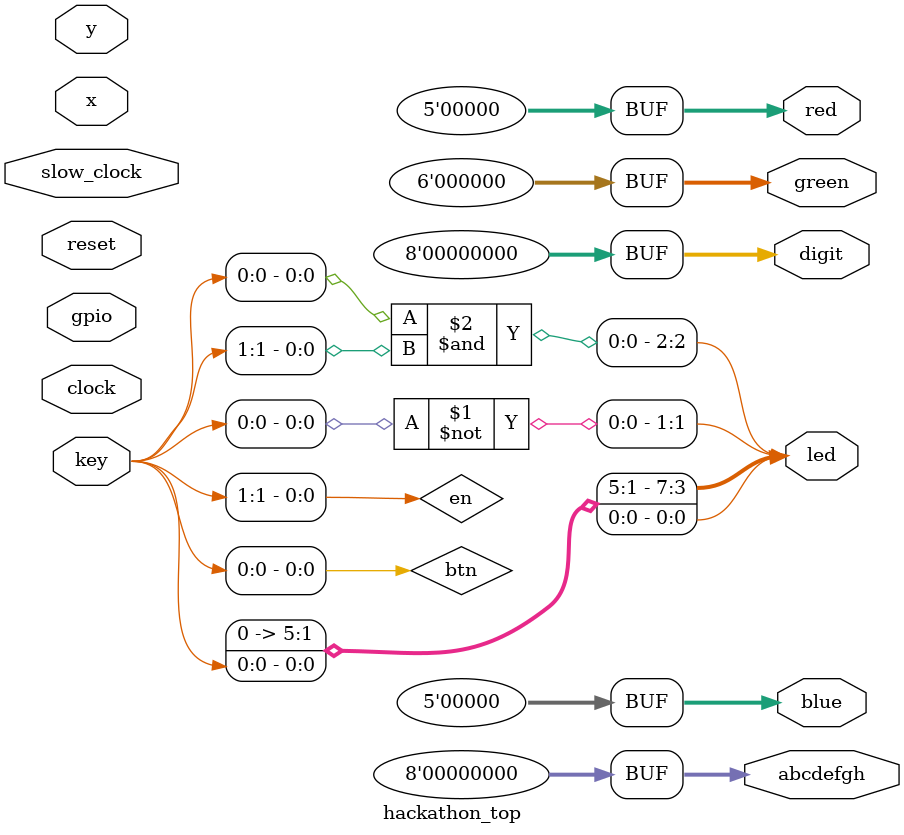
<source format=sv>

module hackathon_top
(
    input  logic       clock,
    input  logic       slow_clock,
    input  logic       reset,

    input  logic [7:0] key,
    output logic [7:0] led,

    // 7-segment display (not used in this lab)
    output logic [7:0] abcdefgh,
    output logic [7:0] digit,

    // LCD interface (not used in this lab)
    input  logic [8:0] x,
    input  logic [8:0] y,
    output logic [4:0] red,
    output logic [5:0] green,
    output logic [4:0] blue,

    inout  logic [3:0] gpio
);

    // -------------------------------------------------------------------------
    // We do not use display, LCD, or GPIO in this lab
    // -------------------------------------------------------------------------
    assign abcdefgh = '0;
    assign digit    = '0;
    assign red      = '0;
    assign green    = '0;
    assign blue     = '0;
    // gpio is handled by the board wrapper

    // -------------------------------------------------------------------------
    // Logical inputs (buttons)
    // -------------------------------------------------------------------------
    //
    // Suggested mapping:
    //   btn = key[0]   → main button
    //   en  = key[1]   → enable button
    //
    // You may use the TM1638 or the onboard buttons, depending on
    // how the wrapper is connected.

    logic btn;
    logic en;

    assign btn = key[0];
    assign en  = key[1];

    // -------------------------------------------------------------------------
    // LED outputs (pure combinational logic using assign)
    // -------------------------------------------------------------------------
    //
    // Requirements:
    //   - led[0] = btn
    //   - led[1] = ~btn
    //   - led[2] = btn AND en
    //   - led[7:3] = 0
    //
    // Complete the continuous assignments (assign).

    // All upper bits OFF by default
    assign led[7:3] = 5'b00000;

    // TODO: complete the simple assignments
    //
    // direct assignment (button → LED)
    assign led[0] = btn;
    //
    // inverted assignment (LED ON when button is released)
    assign led[1] = ~btn;
    //
    // AND gate with enable
    assign led[2] = btn & en;

endmodule

</source>
